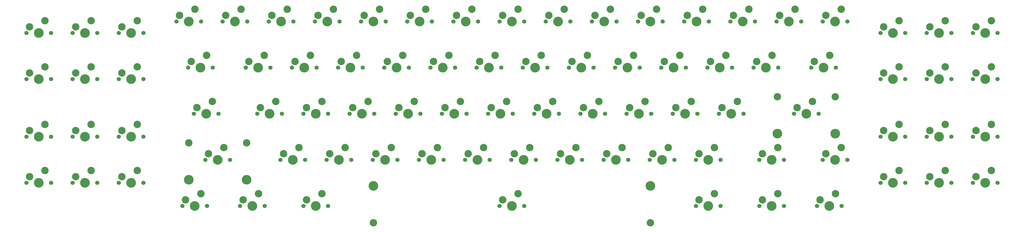
<source format=gts>
%TF.GenerationSoftware,KiCad,Pcbnew,7.0.9*%
%TF.CreationDate,2024-01-24T13:10:45+00:00*%
%TF.ProjectId,keybird42,6b657962-6972-4643-9432-2e6b69636164,2*%
%TF.SameCoordinates,Original*%
%TF.FileFunction,Soldermask,Top*%
%TF.FilePolarity,Negative*%
%FSLAX46Y46*%
G04 Gerber Fmt 4.6, Leading zero omitted, Abs format (unit mm)*
G04 Created by KiCad (PCBNEW 7.0.9) date 2024-01-24 13:10:45*
%MOMM*%
%LPD*%
G01*
G04 APERTURE LIST*
%ADD10C,1.750000*%
%ADD11C,3.050000*%
%ADD12C,4.000000*%
%ADD13C,3.048000*%
%ADD14C,3.987800*%
G04 APERTURE END LIST*
D10*
%TO.C,SW123*%
X166370000Y-28575000D03*
D11*
X167640000Y-26035000D03*
D12*
X171450000Y-28575000D03*
D11*
X173990000Y-23495000D03*
D10*
X176530000Y-28575000D03*
%TD*%
%TO.C,SW312*%
X97313750Y-66675000D03*
D11*
X98583750Y-64135000D03*
D12*
X102393750Y-66675000D03*
D11*
X104933750Y-61595000D03*
D10*
X107473750Y-66675000D03*
%TD*%
%TO.C,SW226*%
X328295000Y-47625000D03*
D11*
X329565000Y-45085000D03*
D12*
X333375000Y-47625000D03*
D11*
X335915000Y-42545000D03*
D10*
X338455000Y-47625000D03*
%TD*%
%TO.C,SW325*%
X275907500Y-66675000D03*
D11*
X277177500Y-64135000D03*
D12*
X280987500Y-66675000D03*
D11*
X283527500Y-61595000D03*
D10*
X286067500Y-66675000D03*
%TD*%
D13*
%TO.C,SW336*%
X338106044Y-59690056D03*
D14*
X338106044Y-74900056D03*
D10*
X344964044Y-66675056D03*
D11*
X346234044Y-64135056D03*
D12*
X350044044Y-66675056D03*
D11*
X352584044Y-61595056D03*
D10*
X355124044Y-66675056D03*
D13*
X361982044Y-59690056D03*
D14*
X361982044Y-74900056D03*
%TD*%
D10*
%TO.C,SW222*%
X118745000Y-47625000D03*
D11*
X120015000Y-45085000D03*
D12*
X123825000Y-47625000D03*
D11*
X126365000Y-42545000D03*
D10*
X128905000Y-47625000D03*
%TD*%
%TO.C,SW332*%
X142557500Y-66675000D03*
D11*
X143827500Y-64135000D03*
D12*
X147637500Y-66675000D03*
D11*
X150177500Y-61595000D03*
D10*
X152717500Y-66675000D03*
%TD*%
%TO.C,SW132*%
X128270000Y-28575000D03*
D11*
X129540000Y-26035000D03*
D12*
X133350000Y-28575000D03*
D11*
X135890000Y-23495000D03*
D10*
X138430000Y-28575000D03*
%TD*%
%TO.C,SW227*%
X399732500Y-52387500D03*
D11*
X401002500Y-49847500D03*
D12*
X404812500Y-52387500D03*
D11*
X407352500Y-47307500D03*
D10*
X409892500Y-52387500D03*
%TD*%
%TO.C,SW411*%
X28257500Y-95250000D03*
D11*
X29527500Y-92710000D03*
D12*
X33337500Y-95250000D03*
D11*
X35877500Y-90170000D03*
D10*
X38417500Y-95250000D03*
%TD*%
%TO.C,SW327*%
X399732500Y-76200000D03*
D11*
X401002500Y-73660000D03*
D12*
X404812500Y-76200000D03*
D11*
X407352500Y-71120000D03*
D10*
X409892500Y-76200000D03*
%TD*%
%TO.C,SW113*%
X147320000Y-28575000D03*
D11*
X148590000Y-26035000D03*
D12*
X152400000Y-28575000D03*
D11*
X154940000Y-23495000D03*
D10*
X157480000Y-28575000D03*
%TD*%
%TO.C,SW413*%
X152082500Y-85725000D03*
D11*
X153352500Y-83185000D03*
D12*
X157162500Y-85725000D03*
D11*
X159702500Y-80645000D03*
D10*
X162242500Y-85725000D03*
%TD*%
%TO.C,SW136*%
X356870304Y-28575024D03*
D11*
X358140304Y-26035024D03*
D12*
X361950304Y-28575024D03*
D11*
X364490304Y-23495024D03*
D10*
X367030304Y-28575024D03*
%TD*%
%TO.C,SW322*%
X123507500Y-66675000D03*
D11*
X124777500Y-64135000D03*
D12*
X128587500Y-66675000D03*
D11*
X131127500Y-61595000D03*
D10*
X133667500Y-66675000D03*
%TD*%
%TO.C,SW134*%
X242570208Y-28575024D03*
D11*
X243840208Y-26035024D03*
D12*
X247650208Y-28575024D03*
D11*
X250190208Y-23495024D03*
D10*
X252730208Y-28575024D03*
%TD*%
%TO.C,SW321*%
X47307500Y-76200000D03*
D11*
X48577500Y-73660000D03*
D12*
X52387500Y-76200000D03*
D11*
X54927500Y-71120000D03*
D10*
X57467500Y-76200000D03*
%TD*%
%TO.C,SW433*%
X190182500Y-85725000D03*
D11*
X191452500Y-83185000D03*
D12*
X195262500Y-85725000D03*
D11*
X197802500Y-80645000D03*
D10*
X200342500Y-85725000D03*
%TD*%
%TO.C,SW126*%
X337820000Y-28575000D03*
D11*
X339090000Y-26035000D03*
D12*
X342900000Y-28575000D03*
D11*
X345440000Y-23495000D03*
D10*
X347980000Y-28575000D03*
%TD*%
%TO.C,SW503*%
X142557500Y-104775000D03*
D11*
X143827500Y-102235000D03*
D12*
X147637500Y-104775000D03*
D11*
X150177500Y-99695000D03*
D10*
X152717500Y-104775000D03*
%TD*%
%TO.C,SW334*%
X237807704Y-66675056D03*
D11*
X239077704Y-64135056D03*
D12*
X242887704Y-66675056D03*
D11*
X245427704Y-61595056D03*
D10*
X247967704Y-66675056D03*
%TD*%
%TO.C,SW223*%
X175895000Y-47625000D03*
D11*
X177165000Y-45085000D03*
D12*
X180975000Y-47625000D03*
D11*
X183515000Y-42545000D03*
D10*
X186055000Y-47625000D03*
%TD*%
%TO.C,SW316*%
X314007768Y-66675056D03*
D11*
X315277768Y-64135056D03*
D12*
X319087768Y-66675056D03*
D11*
X321627768Y-61595056D03*
D10*
X324167768Y-66675056D03*
%TD*%
%TO.C,SW311*%
X28257500Y-76200000D03*
D11*
X29527500Y-73660000D03*
D12*
X33337500Y-76200000D03*
D11*
X35877500Y-71120000D03*
D10*
X38417500Y-76200000D03*
%TD*%
%TO.C,SW221*%
X47307500Y-52387500D03*
D11*
X48577500Y-49847500D03*
D12*
X52387500Y-52387500D03*
D11*
X54927500Y-47307500D03*
D10*
X57467500Y-52387500D03*
%TD*%
%TO.C,SW114*%
X204470000Y-28575000D03*
D11*
X205740000Y-26035000D03*
D12*
X209550000Y-28575000D03*
D11*
X212090000Y-23495000D03*
D10*
X214630000Y-28575000D03*
%TD*%
%TO.C,SW432*%
X133032500Y-85725000D03*
D11*
X134302500Y-83185000D03*
D12*
X138112500Y-85725000D03*
D11*
X140652500Y-80645000D03*
D10*
X143192500Y-85725000D03*
%TD*%
%TO.C,SW502*%
X116363750Y-104775000D03*
D11*
X117633750Y-102235000D03*
D12*
X121443750Y-104775000D03*
D11*
X123983750Y-99695000D03*
D10*
X126523750Y-104775000D03*
%TD*%
D13*
%TO.C,SW412*%
X95218250Y-78740000D03*
D14*
X95218250Y-93950000D03*
D10*
X102076250Y-85725000D03*
D11*
X103346250Y-83185000D03*
D12*
X107156250Y-85725000D03*
D11*
X109696250Y-80645000D03*
D10*
X112236250Y-85725000D03*
D13*
X119094250Y-78740000D03*
D14*
X119094250Y-93950000D03*
%TD*%
D10*
%TO.C,SW216*%
X309245264Y-47625040D03*
D11*
X310515264Y-45085040D03*
D12*
X314325264Y-47625040D03*
D11*
X316865264Y-42545040D03*
D10*
X319405264Y-47625040D03*
%TD*%
%TO.C,SW135*%
X299720256Y-28575024D03*
D11*
X300990256Y-26035024D03*
D12*
X304800256Y-28575024D03*
D11*
X307340256Y-23495024D03*
D10*
X309880256Y-28575024D03*
%TD*%
%TO.C,SW314*%
X199707500Y-66675000D03*
D11*
X200977500Y-64135000D03*
D12*
X204787500Y-66675000D03*
D11*
X207327500Y-61595000D03*
D10*
X209867500Y-66675000D03*
%TD*%
%TO.C,SW414*%
X209232680Y-85725072D03*
D11*
X210502680Y-83185072D03*
D12*
X214312680Y-85725072D03*
D11*
X216852680Y-80645072D03*
D10*
X219392680Y-85725072D03*
%TD*%
D14*
%TO.C,SW504*%
X171450000Y-96550000D03*
D13*
X171450000Y-111760000D03*
D10*
X223520000Y-104775000D03*
D11*
X224790000Y-102235000D03*
D12*
X228600000Y-104775000D03*
D11*
X231140000Y-99695000D03*
D10*
X233680000Y-104775000D03*
D14*
X285750000Y-96550000D03*
D13*
X285750000Y-111760000D03*
%TD*%
D10*
%TO.C,SW232*%
X137795000Y-47625000D03*
D11*
X139065000Y-45085000D03*
D12*
X142875000Y-47625000D03*
D11*
X145415000Y-42545000D03*
D10*
X147955000Y-47625000D03*
%TD*%
%TO.C,SW424*%
X228282712Y-85725000D03*
D11*
X229552712Y-83185000D03*
D12*
X233362712Y-85725000D03*
D11*
X235902712Y-80645000D03*
D10*
X238442712Y-85725000D03*
%TD*%
%TO.C,SW213*%
X156845000Y-47625000D03*
D11*
X158115000Y-45085000D03*
D12*
X161925000Y-47625000D03*
D11*
X164465000Y-42545000D03*
D10*
X167005000Y-47625000D03*
%TD*%
%TO.C,SW112*%
X90170000Y-28575000D03*
D11*
X91440000Y-26035000D03*
D12*
X95250000Y-28575000D03*
D11*
X97790000Y-23495000D03*
D10*
X100330000Y-28575000D03*
%TD*%
%TO.C,SW337*%
X418782856Y-76200064D03*
D11*
X420052856Y-73660064D03*
D12*
X423862856Y-76200064D03*
D11*
X426402856Y-71120064D03*
D10*
X428942856Y-76200064D03*
%TD*%
%TO.C,SW506*%
X330676250Y-104775000D03*
D11*
X331946250Y-102235000D03*
D12*
X335756250Y-104775000D03*
D11*
X338296250Y-99695000D03*
D10*
X340836250Y-104775000D03*
%TD*%
%TO.C,SW236*%
X352107800Y-47625040D03*
D11*
X353377800Y-45085040D03*
D12*
X357187800Y-47625040D03*
D11*
X359727800Y-42545040D03*
D10*
X362267800Y-47625040D03*
%TD*%
%TO.C,SW225*%
X271145000Y-47625000D03*
D11*
X272415000Y-45085000D03*
D12*
X276225000Y-47625000D03*
D11*
X278765000Y-42545000D03*
D10*
X281305000Y-47625000D03*
%TD*%
%TO.C,SW423*%
X171132500Y-85725000D03*
D11*
X172402500Y-83185000D03*
D12*
X176212500Y-85725000D03*
D11*
X178752500Y-80645000D03*
D10*
X181292500Y-85725000D03*
%TD*%
%TO.C,SW415*%
X266382728Y-85725000D03*
D11*
X267652728Y-83185000D03*
D12*
X271462728Y-85725000D03*
D11*
X274002728Y-80645000D03*
D10*
X276542728Y-85725000D03*
%TD*%
%TO.C,SW133*%
X185420000Y-28575000D03*
D11*
X186690000Y-26035000D03*
D12*
X190500000Y-28575000D03*
D11*
X193040000Y-23495000D03*
D10*
X195580000Y-28575000D03*
%TD*%
%TO.C,SW115*%
X261620224Y-28575024D03*
D11*
X262890224Y-26035024D03*
D12*
X266700224Y-28575024D03*
D11*
X269240224Y-23495024D03*
D10*
X271780224Y-28575024D03*
%TD*%
%TO.C,SW501*%
X92551250Y-104775000D03*
D11*
X93821250Y-102235000D03*
D12*
X97631250Y-104775000D03*
D11*
X100171250Y-99695000D03*
D10*
X102711250Y-104775000D03*
%TD*%
%TO.C,SW317*%
X380682824Y-76200064D03*
D11*
X381952824Y-73660064D03*
D12*
X385762824Y-76200064D03*
D11*
X388302824Y-71120064D03*
D10*
X390842824Y-76200064D03*
%TD*%
%TO.C,SW335*%
X294957752Y-66675056D03*
D11*
X296227752Y-64135056D03*
D12*
X300037752Y-66675056D03*
D11*
X302577752Y-61595056D03*
D10*
X305117752Y-66675056D03*
%TD*%
%TO.C,SW116*%
X318770272Y-28575024D03*
D11*
X320040272Y-26035024D03*
D12*
X323850272Y-28575024D03*
D11*
X326390272Y-23495024D03*
D10*
X328930272Y-28575024D03*
%TD*%
%TO.C,SW507*%
X354488750Y-104775000D03*
D11*
X355758750Y-102235000D03*
D12*
X359568750Y-104775000D03*
D11*
X362108750Y-99695000D03*
D10*
X364648750Y-104775000D03*
%TD*%
%TO.C,SW127*%
X399732500Y-33337500D03*
D11*
X401002500Y-30797500D03*
D12*
X404812500Y-33337500D03*
D11*
X407352500Y-28257500D03*
D10*
X409892500Y-33337500D03*
%TD*%
%TO.C,SW231*%
X66357500Y-52387500D03*
D11*
X67627500Y-49847500D03*
D12*
X71437500Y-52387500D03*
D11*
X73977500Y-47307500D03*
D10*
X76517500Y-52387500D03*
%TD*%
%TO.C,SW421*%
X47307500Y-95250000D03*
D11*
X48577500Y-92710000D03*
D12*
X52387500Y-95250000D03*
D11*
X54927500Y-90170000D03*
D10*
X57467500Y-95250000D03*
%TD*%
%TO.C,SW214*%
X213995000Y-47625000D03*
D11*
X215265000Y-45085000D03*
D12*
X219075000Y-47625000D03*
D11*
X221615000Y-42545000D03*
D10*
X224155000Y-47625000D03*
%TD*%
%TO.C,SW505*%
X304482500Y-104775000D03*
D11*
X305752500Y-102235000D03*
D12*
X309562500Y-104775000D03*
D11*
X312102500Y-99695000D03*
D10*
X314642500Y-104775000D03*
%TD*%
%TO.C,SW417*%
X380682824Y-95250000D03*
D11*
X381952824Y-92710000D03*
D12*
X385762824Y-95250000D03*
D11*
X388302824Y-90170000D03*
D10*
X390842824Y-95250000D03*
%TD*%
%TO.C,SW125*%
X280670000Y-28575000D03*
D11*
X281940000Y-26035000D03*
D12*
X285750000Y-28575000D03*
D11*
X288290000Y-23495000D03*
D10*
X290830000Y-28575000D03*
%TD*%
%TO.C,SW437*%
X418782856Y-95250080D03*
D11*
X420052856Y-92710080D03*
D12*
X423862856Y-95250080D03*
D11*
X426402856Y-90170080D03*
D10*
X428942856Y-95250080D03*
%TD*%
%TO.C,SW111*%
X28257500Y-33337500D03*
D11*
X29527500Y-30797500D03*
D12*
X33337500Y-33337500D03*
D11*
X35877500Y-28257500D03*
D10*
X38417500Y-33337500D03*
%TD*%
%TO.C,SW217*%
X380682824Y-52387500D03*
D11*
X381952824Y-49847500D03*
D12*
X385762824Y-52387500D03*
D11*
X388302824Y-47307500D03*
D10*
X390842824Y-52387500D03*
%TD*%
%TO.C,SW121*%
X47307500Y-33337500D03*
D11*
X48577500Y-30797500D03*
D12*
X52387500Y-33337500D03*
D11*
X54927500Y-28257500D03*
D10*
X57467500Y-33337500D03*
%TD*%
%TO.C,SW416*%
X304482760Y-85725000D03*
D11*
X305752760Y-83185000D03*
D12*
X309562760Y-85725000D03*
D11*
X312102760Y-80645000D03*
D10*
X314642760Y-85725000D03*
%TD*%
%TO.C,SW212*%
X94932500Y-47625000D03*
D11*
X96202500Y-45085000D03*
D12*
X100012500Y-47625000D03*
D11*
X102552500Y-42545000D03*
D10*
X105092500Y-47625000D03*
%TD*%
%TO.C,SW234*%
X233045000Y-47625000D03*
D11*
X234315000Y-45085000D03*
D12*
X238125000Y-47625000D03*
D11*
X240665000Y-42545000D03*
D10*
X243205000Y-47625000D03*
%TD*%
%TO.C,SW117*%
X380682824Y-33337500D03*
D11*
X381952824Y-30797500D03*
D12*
X385762824Y-33337500D03*
D11*
X388302824Y-28257500D03*
D10*
X390842824Y-33337500D03*
%TD*%
%TO.C,SW137*%
X418782856Y-33337528D03*
D11*
X420052856Y-30797528D03*
D12*
X423862856Y-33337528D03*
D11*
X426402856Y-28257528D03*
D10*
X428942856Y-33337528D03*
%TD*%
%TO.C,SW233*%
X194945000Y-47625000D03*
D11*
X196215000Y-45085000D03*
D12*
X200025000Y-47625000D03*
D11*
X202565000Y-42545000D03*
D10*
X205105000Y-47625000D03*
%TD*%
%TO.C,SW211*%
X28257500Y-52387500D03*
D11*
X29527500Y-49847500D03*
D12*
X33337500Y-52387500D03*
D11*
X35877500Y-47307500D03*
D10*
X38417500Y-52387500D03*
%TD*%
%TO.C,SW315*%
X256857720Y-66675056D03*
D11*
X258127720Y-64135056D03*
D12*
X261937720Y-66675056D03*
D11*
X264477720Y-61595056D03*
D10*
X267017720Y-66675056D03*
%TD*%
%TO.C,SW425*%
X285432500Y-85725000D03*
D11*
X286702500Y-83185000D03*
D12*
X290512500Y-85725000D03*
D11*
X293052500Y-80645000D03*
D10*
X295592500Y-85725000D03*
%TD*%
%TO.C,SW333*%
X180657500Y-66675000D03*
D11*
X181927500Y-64135000D03*
D12*
X185737500Y-66675000D03*
D11*
X188277500Y-61595000D03*
D10*
X190817500Y-66675000D03*
%TD*%
%TO.C,SW235*%
X290195248Y-47625040D03*
D11*
X291465248Y-45085040D03*
D12*
X295275248Y-47625040D03*
D11*
X297815248Y-42545040D03*
D10*
X300355248Y-47625040D03*
%TD*%
%TO.C,SW323*%
X161607500Y-66675000D03*
D11*
X162877500Y-64135000D03*
D12*
X166687500Y-66675000D03*
D11*
X169227500Y-61595000D03*
D10*
X171767500Y-66675000D03*
%TD*%
%TO.C,SW122*%
X109220000Y-28575000D03*
D11*
X110490000Y-26035000D03*
D12*
X114300000Y-28575000D03*
D11*
X116840000Y-23495000D03*
D10*
X119380000Y-28575000D03*
%TD*%
%TO.C,SW436*%
X356870304Y-85725072D03*
D11*
X358140304Y-83185072D03*
D12*
X361950304Y-85725072D03*
D11*
X364490304Y-80645072D03*
D10*
X367030304Y-85725072D03*
%TD*%
%TO.C,SW427*%
X399732500Y-95250000D03*
D11*
X401002500Y-92710000D03*
D12*
X404812500Y-95250000D03*
D11*
X407352500Y-90170000D03*
D10*
X409892500Y-95250000D03*
%TD*%
%TO.C,SW331*%
X66357500Y-76200000D03*
D11*
X67627500Y-73660000D03*
D12*
X71437500Y-76200000D03*
D11*
X73977500Y-71120000D03*
D10*
X76517500Y-76200000D03*
%TD*%
%TO.C,SW237*%
X418782856Y-52387544D03*
D11*
X420052856Y-49847544D03*
D12*
X423862856Y-52387544D03*
D11*
X426402856Y-47307544D03*
D10*
X428942856Y-52387544D03*
%TD*%
%TO.C,SW434*%
X247332712Y-85725000D03*
D11*
X248602712Y-83185000D03*
D12*
X252412712Y-85725000D03*
D11*
X254952712Y-80645000D03*
D10*
X257492712Y-85725000D03*
%TD*%
%TO.C,SW426*%
X330676250Y-85725000D03*
D11*
X331946250Y-83185000D03*
D12*
X335756250Y-85725000D03*
D11*
X338296250Y-80645000D03*
D10*
X340836250Y-85725000D03*
%TD*%
%TO.C,SW215*%
X252095216Y-47625040D03*
D11*
X253365216Y-45085040D03*
D12*
X257175216Y-47625040D03*
D11*
X259715216Y-42545040D03*
D10*
X262255216Y-47625040D03*
%TD*%
%TO.C,SW431*%
X66357500Y-95250000D03*
D11*
X67627500Y-92710000D03*
D12*
X71437500Y-95250000D03*
D11*
X73977500Y-90170000D03*
D10*
X76517500Y-95250000D03*
%TD*%
%TO.C,SW124*%
X223520192Y-28575024D03*
D11*
X224790192Y-26035024D03*
D12*
X228600192Y-28575024D03*
D11*
X231140192Y-23495024D03*
D10*
X233680192Y-28575024D03*
%TD*%
%TO.C,SW131*%
X66357500Y-33337500D03*
D11*
X67627500Y-30797500D03*
D12*
X71437500Y-33337500D03*
D11*
X73977500Y-28257500D03*
D10*
X76517500Y-33337500D03*
%TD*%
%TO.C,SW324*%
X218757688Y-66675056D03*
D11*
X220027688Y-64135056D03*
D12*
X223837688Y-66675056D03*
D11*
X226377688Y-61595056D03*
D10*
X228917688Y-66675056D03*
%TD*%
M02*

</source>
